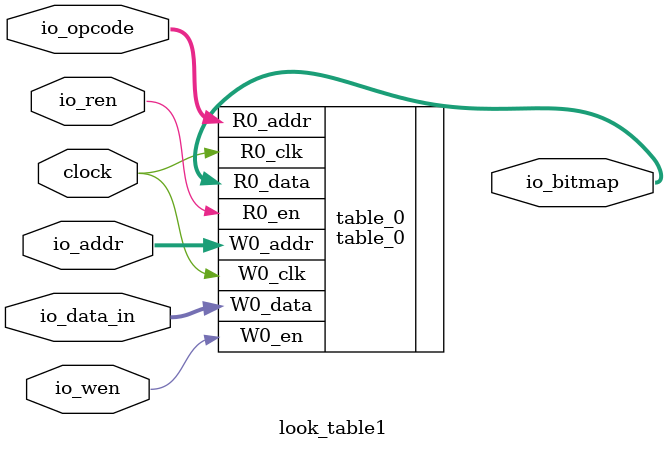
<source format=sv>
`ifndef RANDOMIZE
  `ifdef RANDOMIZE_MEM_INIT
    `define RANDOMIZE
  `endif // RANDOMIZE_MEM_INIT
`endif // not def RANDOMIZE
`ifndef RANDOMIZE
  `ifdef RANDOMIZE_REG_INIT
    `define RANDOMIZE
  `endif // RANDOMIZE_REG_INIT
`endif // not def RANDOMIZE

`ifndef RANDOM
  `define RANDOM $random
`endif // not def RANDOM

// Users can define INIT_RANDOM as general code that gets injected into the
// initializer block for modules with registers.
`ifndef INIT_RANDOM
  `define INIT_RANDOM
`endif // not def INIT_RANDOM

// If using random initialization, you can also define RANDOMIZE_DELAY to
// customize the delay used, otherwise 0.002 is used.
`ifndef RANDOMIZE_DELAY
  `define RANDOMIZE_DELAY 0.002
`endif // not def RANDOMIZE_DELAY

// Define INIT_RANDOM_PROLOG_ for use in our modules below.
`ifndef INIT_RANDOM_PROLOG_
  `ifdef RANDOMIZE
    `ifdef VERILATOR
      `define INIT_RANDOM_PROLOG_ `INIT_RANDOM
    `else  // VERILATOR
      `define INIT_RANDOM_PROLOG_ `INIT_RANDOM #`RANDOMIZE_DELAY begin end
    `endif // VERILATOR
  `else  // RANDOMIZE
    `define INIT_RANDOM_PROLOG_
  `endif // RANDOMIZE
`endif // not def INIT_RANDOM_PROLOG_

// Include register initializers in init blocks unless synthesis is set
`ifndef SYNTHESIS
  `ifndef ENABLE_INITIAL_REG_
    `define ENABLE_INITIAL_REG_
  `endif // not def ENABLE_INITIAL_REG_
`endif // not def SYNTHESIS

// Include rmemory initializers in init blocks unless synthesis is set
`ifndef SYNTHESIS
  `ifndef ENABLE_INITIAL_MEM_
    `define ENABLE_INITIAL_MEM_
  `endif // not def ENABLE_INITIAL_MEM_
`endif // not def SYNTHESIS

// Standard header to adapt well known macros for prints and assertions.

// Users can define 'PRINTF_COND' to add an extra gate to prints.
`ifndef PRINTF_COND_
  `ifdef PRINTF_COND
    `define PRINTF_COND_ (`PRINTF_COND)
  `else  // PRINTF_COND
    `define PRINTF_COND_ 1
  `endif // PRINTF_COND
`endif // not def PRINTF_COND_

// Users can define 'ASSERT_VERBOSE_COND' to add an extra gate to assert error printing.
`ifndef ASSERT_VERBOSE_COND_
  `ifdef ASSERT_VERBOSE_COND
    `define ASSERT_VERBOSE_COND_ (`ASSERT_VERBOSE_COND)
  `else  // ASSERT_VERBOSE_COND
    `define ASSERT_VERBOSE_COND_ 1
  `endif // ASSERT_VERBOSE_COND
`endif // not def ASSERT_VERBOSE_COND_

// Users can define 'STOP_COND' to add an extra gate to stop conditions.
`ifndef STOP_COND_
  `ifdef STOP_COND
    `define STOP_COND_ (`STOP_COND)
  `else  // STOP_COND
    `define STOP_COND_ 1
  `endif // STOP_COND
`endif // not def STOP_COND_

module look_table1(
  input        clock,
  input  [6:0] io_opcode,	// @[generators/rocket-chip/src/main/scala/zzguard_rr/look_table_new.scala:7:14]
  input  [3:0] io_data_in,	// @[generators/rocket-chip/src/main/scala/zzguard_rr/look_table_new.scala:7:14]
  input  [6:0] io_addr,	// @[generators/rocket-chip/src/main/scala/zzguard_rr/look_table_new.scala:7:14]
  input        io_ren,	// @[generators/rocket-chip/src/main/scala/zzguard_rr/look_table_new.scala:7:14]
               io_wen,	// @[generators/rocket-chip/src/main/scala/zzguard_rr/look_table_new.scala:7:14]
  output [3:0] io_bitmap	// @[generators/rocket-chip/src/main/scala/zzguard_rr/look_table_new.scala:7:14]
);

  table_0 table_0 (	// @[generators/rocket-chip/src/main/scala/zzguard_rr/look_table_new.scala:16:26]
    .R0_addr (io_opcode),
    .R0_en   (io_ren),
    .R0_clk  (clock),
    .R0_data (io_bitmap),
    .W0_addr (io_addr),
    .W0_en   (io_wen),
    .W0_clk  (clock),
    .W0_data (io_data_in)
  );
endmodule


</source>
